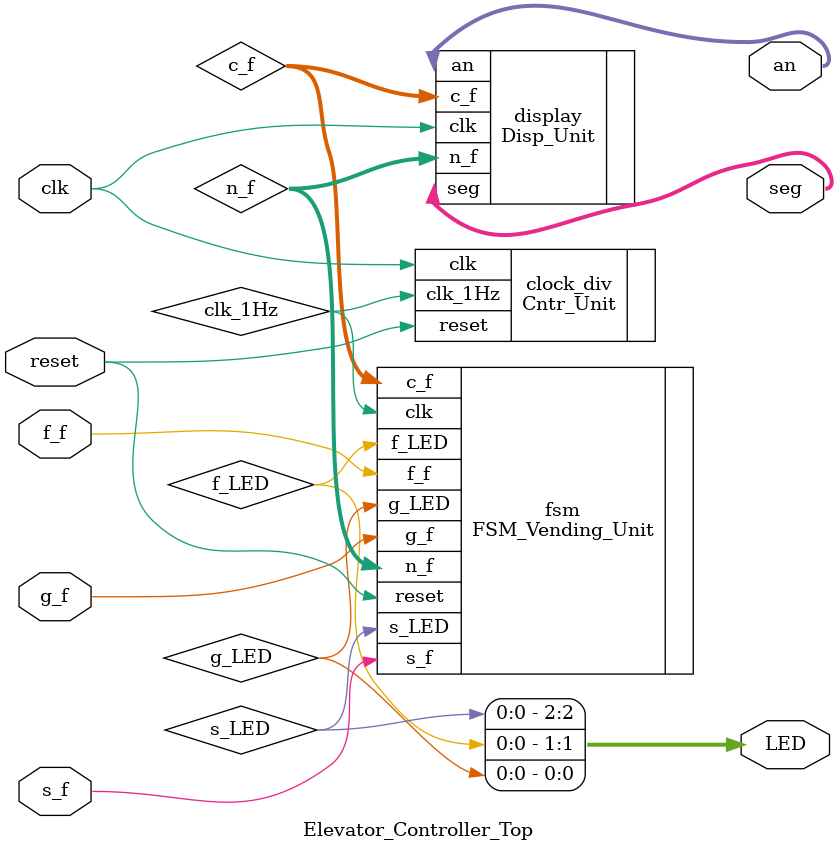
<source format=v>
module Elevator_Controller_Top(
    input clk,          // 100MHz FPGA clock
    input reset,
    input g_f,          // Button B0
    input f_f,          // Button B1
    input s_f,          // Button B2
    output [2:0] LED,   // LEDs
    output [6:0] seg,   // 7-segment segments
    output [7:0] an     // 7-segment anodes
);
    wire clk_1Hz;
    wire [1:0] c_f, n_f;
    wire g_LED, f_LED, s_LED;
    
    assign LED = {s_LED, f_LED, g_LED};
    
    // Clock divider
    Cntr_Unit clock_div(
        .clk(clk),
        .reset(reset),
        .clk_1Hz(clk_1Hz)
    );
    
    // FSM
    FSM_Vending_Unit fsm(
        .clk(clk_1Hz),
        .reset(reset),
        .g_f(g_f),
        .f_f(f_f),
        .s_f(s_f),
        .c_f(c_f),
        .n_f(n_f),
        .g_LED(g_LED),
        .f_LED(f_LED),
        .s_LED(s_LED)
    );
    
    // Display unit
    Disp_Unit display(
        .clk(clk),
        .c_f(c_f),
        .n_f(n_f),
        .seg(seg),
        .an(an)
    );
endmodule
</source>
